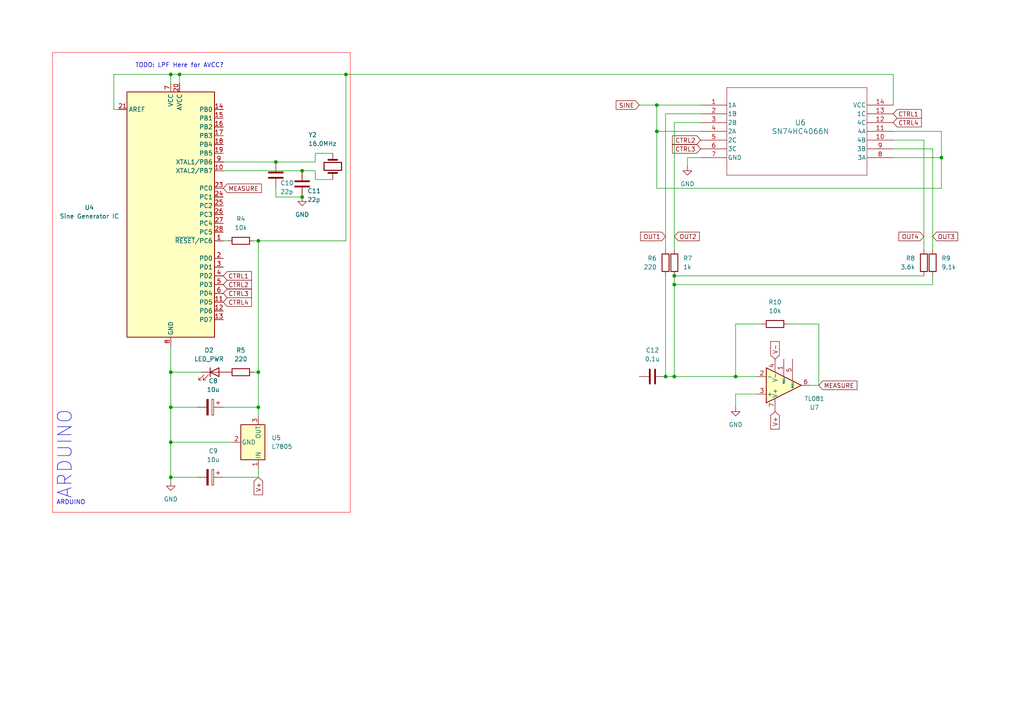
<source format=kicad_sch>
(kicad_sch (version 20250114) (generator "eeschema") (generator_version "9.0")
  (paper "A4")
  (title_block (title "Measurement & Switching") (date "2025-09-13") (rev "1"))
  (lib_symbols
    (symbol "Amplifier_Operational:TL081" (pin_names (offset 0.127))
      (property "Reference" "U" (at 0 6.35 0))
      (property "Value" "TL081" (at 0 3.81 0))
      (symbol "TL081_0_1"
        (polyline (pts (xy -5.08 5.08) (xy 5.08 0) (xy -5.08 -5.08) (xy -5.08 5.08)) (stroke (width 0.254)) (fill (type background)))
      )
      (symbol "TL081_1_1"
        (pin input line (at -7.62 2.54 0) (length 2.54) (name "+") (number "3"))
        (pin input line (at -7.62 -2.54 0) (length 2.54) (name "-") (number "2"))
        (pin power_in line (at -2.54 7.62 270) (length 3.81) (name "V+") (number "7"))
        (pin power_in line (at -2.54 -7.62 90) (length 3.81) (name "V-") (number "4"))
        (pin no_connect line (at 0 2.54 270) (length 2.54) (hide yes) (name "NC") (number "8"))
        (pin input line (at 0 -7.62 90) (length 5.08) (name "NULL") (number "1"))
        (pin input line (at 2.54 -7.62 90) (length 6.35) (name "NULL") (number "5"))
        (pin output line (at 7.62 0 180) (length 2.54) (name "~") (number "6"))
      )
    )
    (symbol "Device:C" (pin_numbers (hide yes)) (pin_names (offset 0.254))
      (property "Reference" "C" (at 0.635 2.54 0))
      (property "Value" "C" (at 0.635 -2.54 0))
      (symbol "C_0_1"
        (polyline (pts (xy -2.032 0.762) (xy 2.032 0.762)) (stroke (width 0.508)))
        (polyline (pts (xy -2.032 -0.762) (xy 2.032 -0.762)) (stroke (width 0.508)))
      )
      (symbol "C_1_1"
        (pin passive line (at 0 3.81 270) (length 2.794) (name "~") (number "1"))
        (pin passive line (at 0 -3.81 90) (length 2.794) (name "~") (number "2"))
      )
    )
    (symbol "Device:C_Polarized" (pin_numbers (hide yes)) (pin_names (offset 0.254))
      (property "Reference" "C" (at 0.635 2.54 0))
      (property "Value" "C_Polarized" (at 0.635 -2.54 0))
      (symbol "C_Polarized_0_1"
        (rectangle (start -2.286 0.508) (end 2.286 1.016))
        (polyline (pts (xy -1.778 2.286) (xy -0.762 2.286)))
        (polyline (pts (xy -1.27 2.794) (xy -1.27 1.778)))
        (rectangle (start 2.286 -0.508) (end -2.286 -1.016) (fill (type outline)))
      )
      (symbol "C_Polarized_1_1"
        (pin passive line (at 0 3.81 270) (length 2.794) (name "~") (number "1"))
        (pin passive line (at 0 -3.81 90) (length 2.794) (name "~") (number "2"))
      )
    )
    (symbol "Device:Crystal" (pin_numbers (hide yes)) (pin_names (offset 1.016) (hide yes))
      (property "Reference" "Y" (at 0 3.81 0))
      (property "Value" "Crystal" (at 0 -3.81 0))
      (symbol "Crystal_0_1"
        (polyline (pts (xy -2.54 0) (xy -1.905 0)))
        (polyline (pts (xy -1.905 -1.27) (xy -1.905 1.27)) (stroke (width 0.508)))
        (rectangle (start -1.143 2.54) (end 1.143 -2.54) (stroke (width 0.3048)))
        (polyline (pts (xy 1.905 -1.27) (xy 1.905 1.27)) (stroke (width 0.508)))
        (polyline (pts (xy 2.54 0) (xy 1.905 0)))
      )
      (symbol "Crystal_1_1"
        (pin passive line (at -3.81 0 0) (length 1.27) (name "1") (number "1"))
        (pin passive line (at 3.81 0 180) (length 1.27) (name "2") (number "2"))
      )
    )
    (symbol "Device:LED" (pin_numbers (hide yes)) (pin_names (offset 1.016) (hide yes))
      (property "Reference" "D" (at 0 2.54 0))
      (property "Value" "LED" (at 0 -2.54 0))
      (symbol "LED_0_1"
        (polyline (pts (xy -3.048 -0.762) (xy -4.572 -2.286) (xy -3.81 -2.286) (xy -4.572 -2.286) (xy -4.572 -1.524)))
        (polyline (pts (xy -1.778 -0.762) (xy -3.302 -2.286) (xy -2.54 -2.286) (xy -3.302 -2.286) (xy -3.302 -1.524)))
        (polyline (pts (xy -1.27 0) (xy 1.27 0)))
        (polyline (pts (xy -1.27 -1.27) (xy -1.27 1.27)) (stroke (width 0.254)))
        (polyline (pts (xy 1.27 -1.27) (xy 1.27 1.27) (xy -1.27 0) (xy 1.27 -1.27)) (stroke (width 0.254)))
      )
      (symbol "LED_1_1"
        (pin passive line (at -3.81 0 0) (length 2.54) (name "K") (number "1"))
        (pin passive line (at 3.81 0 180) (length 2.54) (name "A") (number "2"))
      )
    )
    (symbol "Device:R" (pin_numbers (hide yes)) (pin_names (offset 0))
      (property "Reference" "R" (at 2.032 0 90))
      (property "Value" "R" (at 0 0 90))
      (symbol "R_0_1"
        (rectangle (start -1.016 -2.54) (end 1.016 2.54) (stroke (width 0.254)))
      )
      (symbol "R_1_1"
        (pin passive line (at 0 3.81 270) (length 1.27) (name "~") (number "1"))
        (pin passive line (at 0 -3.81 90) (length 1.27) (name "~") (number "2"))
      )
    )
    (symbol "MCU_Microchip_ATmega:ATmega328P-P"
      (property "Reference" "U" (at -12.7 36.83 0))
      (property "Value" "ATmega328P-P" (at 2.54 -36.83 0))
      (symbol "ATmega328P-P_0_1"
        (rectangle (start -12.7 -35.56) (end 12.7 35.56) (stroke (width 0.254)) (fill (type background)))
      )
      (symbol "ATmega328P-P_1_1"
        (pin passive line (at -15.24 30.48 0) (length 2.54) (name "AREF") (number "21"))
        (pin power_in line (at 0 38.1 270) (length 2.54) (name "VCC") (number "7"))
        (pin passive line (at 0 -38.1 90) (length 2.54) (hide yes) (name "GND") (number "22"))
        (pin power_in line (at 0 -38.1 90) (length 2.54) (name "GND") (number "8"))
        (pin power_in line (at 2.54 38.1 270) (length 2.54) (name "AVCC") (number "20"))
        (pin bidirectional line (at 15.24 30.48 180) (length 2.54) (name "PB0") (number "14"))
        (pin bidirectional line (at 15.24 27.94 180) (length 2.54) (name "PB1") (number "15"))
        (pin bidirectional line (at 15.24 25.4 180) (length 2.54) (name "PB2") (number "16"))
        (pin bidirectional line (at 15.24 22.86 180) (length 2.54) (name "PB3") (number "17"))
        (pin bidirectional line (at 15.24 20.32 180) (length 2.54) (name "PB4") (number "18"))
        (pin bidirectional line (at 15.24 17.78 180) (length 2.54) (name "PB5") (number "19"))
        (pin bidirectional line (at 15.24 15.24 180) (length 2.54) (name "XTAL1/PB6") (number "9"))
        (pin bidirectional line (at 15.24 12.7 180) (length 2.54) (name "XTAL2/PB7") (number "10"))
        (pin bidirectional line (at 15.24 7.62 180) (length 2.54) (name "PC0") (number "23"))
        (pin bidirectional line (at 15.24 5.08 180) (length 2.54) (name "PC1") (number "24"))
        (pin bidirectional line (at 15.24 2.54 180) (length 2.54) (name "PC2") (number "25"))
        (pin bidirectional line (at 15.24 0 180) (length 2.54) (name "PC3") (number "26"))
        (pin bidirectional line (at 15.24 -2.54 180) (length 2.54) (name "PC4") (number "27"))
        (pin bidirectional line (at 15.24 -5.08 180) (length 2.54) (name "PC5") (number "28"))
        (pin bidirectional line (at 15.24 -7.62 180) (length 2.54) (name "~{RESET}/PC6") (number "1"))
        (pin bidirectional line (at 15.24 -12.7 180) (length 2.54) (name "PD0") (number "2"))
        (pin bidirectional line (at 15.24 -15.24 180) (length 2.54) (name "PD1") (number "3"))
        (pin bidirectional line (at 15.24 -17.78 180) (length 2.54) (name "PD2") (number "4"))
        (pin bidirectional line (at 15.24 -20.32 180) (length 2.54) (name "PD3") (number "5"))
        (pin bidirectional line (at 15.24 -22.86 180) (length 2.54) (name "PD4") (number "6"))
        (pin bidirectional line (at 15.24 -25.4 180) (length 2.54) (name "PD5") (number "11"))
        (pin bidirectional line (at 15.24 -27.94 180) (length 2.54) (name "PD6") (number "12"))
        (pin bidirectional line (at 15.24 -30.48 180) (length 2.54) (name "PD7") (number "13"))
      )
    )
    (symbol "Regulator_Linear:L7805" (pin_names (offset 0.254))
      (property "Reference" "U" (at -3.81 3.175 0))
      (property "Value" "L7805" (at 0 3.175 0))
      (symbol "L7805_0_1"
        (rectangle (start -5.08 1.905) (end 5.08 -5.08) (stroke (width 0.254)) (fill (type background)))
      )
      (symbol "L7805_1_1"
        (pin power_in line (at -7.62 0 0) (length 2.54) (name "IN") (number "1"))
        (pin power_in line (at 0 -7.62 90) (length 2.54) (name "GND") (number "2"))
        (pin power_out line (at 7.62 0 180) (length 2.54) (name "OUT") (number "3"))
      )
    )
    (symbol "SN74HC4066N:SN74HC4066N" (pin_names (offset 0.254))
      (property "Reference" "U" (at 27.94 10.16 0))
      (property "Value" "SN74HC4066N" (at 27.94 7.62 0))
      (symbol "SN74HC4066N_0_1"
        (polyline (pts (xy 7.62 5.08) (xy 7.62 -20.32)) (stroke (width 0.127)))
        (polyline (pts (xy 7.62 -20.32) (xy 48.26 -20.32)) (stroke (width 0.127)))
        (polyline (pts (xy 48.26 5.08) (xy 7.62 5.08)) (stroke (width 0.127)))
        (polyline (pts (xy 48.26 -20.32) (xy 48.26 5.08)) (stroke (width 0.127)))
        (pin input line (at 0 0 0) (length 7.62) (name "1A") (number "1"))
        (pin input line (at 0 -2.54 0) (length 7.62) (name "1B") (number "2"))
        (pin input line (at 0 -5.08 0) (length 7.62) (name "2B") (number "3"))
        (pin input line (at 0 -7.62 0) (length 7.62) (name "2A") (number "4"))
        (pin input line (at 0 -10.16 0) (length 7.62) (name "2C") (number "5"))
        (pin input line (at 0 -12.7 0) (length 7.62) (name "3C") (number "6"))
        (pin power_in line (at 0 -15.24 0) (length 7.62) (name "GND") (number "7"))
        (pin power_in line (at 55.88 0 180) (length 7.62) (name "VCC") (number "14"))
        (pin input line (at 55.88 -2.54 180) (length 7.62) (name "1C") (number "13"))
        (pin input line (at 55.88 -5.08 180) (length 7.62) (name "4C") (number "12"))
        (pin input line (at 55.88 -7.62 180) (length 7.62) (name "4A") (number "11"))
        (pin input line (at 55.88 -10.16 180) (length 7.62) (name "4B") (number "10"))
        (pin input line (at 55.88 -12.7 180) (length 7.62) (name "3B") (number "9"))
        (pin input line (at 55.88 -15.24 180) (length 7.62) (name "3A") (number "8"))
      )
    )
    (symbol "power:GND" (power) (pin_numbers (hide yes)) (pin_names (offset 0) (hide yes))
      (property "Value" "GND" (at 0 -3.81 0))
      (symbol "GND_0_1"
        (polyline (pts (xy 0 0) (xy 0 -1.27) (xy 1.27 -1.27) (xy 0 -2.54) (xy -1.27 -1.27) (xy 0 -1.27)))
      )
      (symbol "GND_1_1"
        (pin power_in line (at 0 0 270) (length 0) (name "~") (number "1"))
      )
    )
  )
  (rectangle (start 15.24 15.24) (end 101.6 148.59) (stroke (width 0) (color 255 50 52 1)) (fill (type color)))
  (text "TODO: LPF Here for AVCC?" (at 52.07 19.05 0) (effects (font (size 1.27 1.27))))
  (text "ARDUINO" (at 18.796 131.826 90) (effects (font (size 4 4))))
  (text "ARDUINO" (at 20.574 145.796 0) (effects (font (size 1.27 1.27))))
  (junction (at 195.58 82.55))
  (junction (at 193.04 109.22))
  (junction (at 190.5 38.1))
  (junction (at 195.58 109.22))
  (junction (at 74.93 69.85))
  (junction (at 195.58 80.01))
  (junction (at 80.01 46.99))
  (junction (at 87.63 57.15))
  (junction (at 49.53 118.11))
  (junction (at 49.53 107.95))
  (junction (at 49.53 128.27))
  (junction (at 100.33 21.59))
  (junction (at 273.05 45.72))
  (junction (at 87.63 49.53))
  (junction (at 52.07 21.59))
  (junction (at 74.93 107.95))
  (junction (at 49.53 21.59))
  (junction (at 49.53 138.43))
  (junction (at 213.36 109.22))
  (junction (at 74.93 118.11))
  (junction (at 190.5 30.48))
  (wire (pts (xy 49.53 24.13) (xy 49.53 21.59)))
  (wire (pts (xy 259.08 45.72) (xy 273.05 45.72)))
  (wire (pts (xy 270.51 82.55) (xy 195.58 82.55)))
  (wire (pts (xy 52.07 21.59) (xy 100.33 21.59)))
  (wire (pts (xy 80.01 57.15) (xy 87.63 57.15)))
  (wire (pts (xy 80.01 54.61) (xy 80.01 57.15)))
  (wire (pts (xy 33.02 21.59) (xy 49.53 21.59)))
  (wire (pts (xy 195.58 109.22) (xy 193.04 109.22)))
  (wire (pts (xy 73.66 69.85) (xy 74.93 69.85)))
  (wire (pts (xy 195.58 35.56) (xy 195.58 72.39)))
  (wire (pts (xy 213.36 109.22) (xy 213.36 93.98)))
  (wire (pts (xy 49.53 107.95) (xy 58.42 107.95)))
  (wire (pts (xy 219.71 114.3) (xy 213.36 114.3)))
  (wire (pts (xy 74.93 138.43) (xy 64.77 138.43)))
  (wire (pts (xy 49.53 107.95) (xy 49.53 118.11)))
  (wire (pts (xy 185.42 30.48) (xy 190.5 30.48)))
  (wire (pts (xy 267.97 40.64) (xy 267.97 72.39)))
  (wire (pts (xy 100.33 21.59) (xy 259.08 21.59)))
  (wire (pts (xy 67.31 128.27) (xy 49.53 128.27)))
  (wire (pts (xy 49.53 100.33) (xy 49.53 107.95)))
  (wire (pts (xy 64.77 49.53) (xy 87.63 49.53)))
  (wire (pts (xy 100.33 69.85) (xy 74.93 69.85)))
  (wire (pts (xy 74.93 118.11) (xy 64.77 118.11)))
  (wire (pts (xy 49.53 128.27) (xy 49.53 138.43)))
  (wire (pts (xy 73.66 107.95) (xy 74.93 107.95)))
  (wire (pts (xy 49.53 21.59) (xy 52.07 21.59)))
  (wire (pts (xy 270.51 43.18) (xy 270.51 72.39)))
  (wire (pts (xy 91.44 44.45) (xy 96.52 44.45)))
  (wire (pts (xy 259.08 38.1) (xy 273.05 38.1)))
  (wire (pts (xy 52.07 21.59) (xy 52.07 24.13)))
  (wire (pts (xy 80.01 46.99) (xy 91.44 46.99)))
  (wire (pts (xy 33.02 31.75) (xy 34.29 31.75)))
  (wire (pts (xy 199.39 45.72) (xy 199.39 48.26)))
  (wire (pts (xy 273.05 45.72) (xy 273.05 38.1)))
  (wire (pts (xy 91.44 49.53) (xy 91.44 52.07)))
  (wire (pts (xy 49.53 138.43) (xy 57.15 138.43)))
  (wire (pts (xy 190.5 38.1) (xy 203.2 38.1)))
  (wire (pts (xy 91.44 52.07) (xy 96.52 52.07)))
  (wire (pts (xy 193.04 33.02) (xy 193.04 72.39)))
  (wire (pts (xy 190.5 38.1) (xy 190.5 54.61)))
  (wire (pts (xy 193.04 109.22) (xy 193.04 80.01)))
  (wire (pts (xy 87.63 49.53) (xy 91.44 49.53)))
  (wire (pts (xy 259.08 43.18) (xy 270.51 43.18)))
  (wire (pts (xy 237.49 111.76) (xy 234.95 111.76)))
  (wire (pts (xy 195.58 80.01) (xy 195.58 82.55)))
  (wire (pts (xy 237.49 93.98) (xy 237.49 111.76)))
  (wire (pts (xy 273.05 54.61) (xy 273.05 45.72)))
  (wire (pts (xy 213.36 109.22) (xy 195.58 109.22)))
  (wire (pts (xy 49.53 118.11) (xy 49.53 128.27)))
  (wire (pts (xy 74.93 118.11) (xy 74.93 107.95)))
  (wire (pts (xy 49.53 138.43) (xy 49.53 139.7)))
  (wire (pts (xy 33.02 31.75) (xy 33.02 21.59)))
  (wire (pts (xy 195.58 80.01) (xy 267.97 80.01)))
  (wire (pts (xy 228.6 93.98) (xy 237.49 93.98)))
  (wire (pts (xy 259.08 21.59) (xy 259.08 30.48)))
  (wire (pts (xy 64.77 69.85) (xy 66.04 69.85)))
  (wire (pts (xy 190.5 54.61) (xy 273.05 54.61)))
  (wire (pts (xy 259.08 40.64) (xy 267.97 40.64)))
  (wire (pts (xy 74.93 120.65) (xy 74.93 118.11)))
  (wire (pts (xy 91.44 44.45) (xy 91.44 46.99)))
  (wire (pts (xy 49.53 118.11) (xy 57.15 118.11)))
  (wire (pts (xy 190.5 30.48) (xy 190.5 38.1)))
  (wire (pts (xy 203.2 35.56) (xy 195.58 35.56)))
  (wire (pts (xy 74.93 69.85) (xy 74.93 107.95)))
  (wire (pts (xy 190.5 30.48) (xy 203.2 30.48)))
  (wire (pts (xy 100.33 21.59) (xy 100.33 69.85)))
  (wire (pts (xy 213.36 114.3) (xy 213.36 118.11)))
  (wire (pts (xy 199.39 45.72) (xy 203.2 45.72)))
  (wire (pts (xy 203.2 33.02) (xy 193.04 33.02)))
  (wire (pts (xy 219.71 109.22) (xy 213.36 109.22)))
  (wire (pts (xy 213.36 93.98) (xy 220.98 93.98)))
  (wire (pts (xy 74.93 138.43) (xy 74.93 135.89)))
  (wire (pts (xy 195.58 82.55) (xy 195.58 109.22)))
  (wire (pts (xy 270.51 80.01) (xy 270.51 82.55)))
  (wire (pts (xy 64.77 46.99) (xy 80.01 46.99)))
  (global_label "MEASURE" (shape input) (at 64.77 54.61 0) (property "Intersheetrefs" "${INTERSHEET_REFS}" (effects (hide yes))))
  (global_label "V-" (shape input) (at 224.79 104.14 90) (property "Intersheetrefs" "${INTERSHEET_REFS}" (effects (hide yes))))
  (global_label "V+" (shape input) (at 74.93 138.43 270) (property "Intersheetrefs" "${INTERSHEET_REFS}" (effects (hide yes))))
  (global_label "CTRL4" (shape input) (at 259.08 35.56 0) (property "Intersheetrefs" "${INTERSHEET_REFS}" (effects (hide yes))))
  (global_label "CTRL3" (shape input) (at 203.2 43.18 180) (property "Intersheetrefs" "${INTERSHEET_REFS}" (effects (hide yes))))
  (global_label "OUT3" (shape input) (at 270.51 68.58 0) (property "Intersheetrefs" "${INTERSHEET_REFS}" (effects (hide yes))))
  (global_label "MEASURE" (shape input) (at 237.49 111.76 0) (property "Intersheetrefs" "${INTERSHEET_REFS}" (effects (hide yes))))
  (global_label "CTRL4" (shape input) (at 64.77 87.63 0) (property "Intersheetrefs" "${INTERSHEET_REFS}" (effects (hide yes))))
  (global_label "CTRL3" (shape input) (at 64.77 85.09 0) (property "Intersheetrefs" "${INTERSHEET_REFS}" (effects (hide yes))))
  (global_label "SINE" (shape input) (at 185.42 30.48 180) (property "Intersheetrefs" "${INTERSHEET_REFS}" (effects (hide yes))))
  (global_label "CTRL1" (shape input) (at 64.77 80.01 0) (property "Intersheetrefs" "${INTERSHEET_REFS}" (effects (hide yes))))
  (global_label "V+" (shape input) (at 224.79 119.38 270) (property "Intersheetrefs" "${INTERSHEET_REFS}" (effects (hide yes))))
  (global_label "OUT1" (shape input) (at 193.04 68.58 180) (property "Intersheetrefs" "${INTERSHEET_REFS}" (effects (hide yes))))
  (global_label "CTRL1" (shape input) (at 259.08 33.02 0) (property "Intersheetrefs" "${INTERSHEET_REFS}" (effects (hide yes))))
  (global_label "CTRL2" (shape input) (at 64.77 82.55 0) (property "Intersheetrefs" "${INTERSHEET_REFS}" (effects (hide yes))))
  (global_label "CTRL2" (shape input) (at 203.2 40.64 180) (property "Intersheetrefs" "${INTERSHEET_REFS}" (effects (hide yes))))
  (global_label "OUT2" (shape input) (at 195.58 68.58 0) (property "Intersheetrefs" "${INTERSHEET_REFS}" (effects (hide yes))))
  (global_label "OUT4" (shape input) (at 267.97 68.58 180) (property "Intersheetrefs" "${INTERSHEET_REFS}" (effects (hide yes))))
  (symbol (lib_id "Device:R") (at 267.97 76.2 0) (mirror y) (unit 1)
    (property "Reference" "R8" (at 265.43 74.9299 0) (effects (justify left)))
    (property "Value" "3.6k" (at 265.43 77.4699 0) (effects (justify left)))
    (property "Description" "Resistor" (effects (hide yes)))
  )
  (symbol (lib_id "Amplifier_Operational:TL081") (at 227.33 111.76 0) (mirror x) (unit 1)
    (property "Reference" "U7" (at 236.22 118.1802 0))
    (property "Value" "TL081" (at 236.22 115.6402 0))
    (property "Datasheet" "http://www.ti.com/lit/ds/symlink/tl081.pdf" (effects (hide yes)))
    (property "Description" "Single JFET-Input Operational Amplifiers, DIP-8/SOIC-8" (effects (hide yes)))
  )
  (symbol (lib_id "power:GND") (at 87.63 57.15 0) (unit 1)
    (property "Reference" "#PWR08" (effects (hide yes)))
    (property "Value" "GND" (at 87.63 62.23 0))
    (property "Description" "Power symbol creates a global label with name \"GND\" , ground" (effects (hide yes)))
  )
  (symbol (lib_id "MCU_Microchip_ATmega:ATmega328P-P") (at 49.53 62.23 0) (unit 1)
    (property "Reference" "U4" (at 25.908 60.198 0))
    (property "Value" "Sine Generator IC" (at 25.908 62.738 0))
    (property "Footprint" "Package_DIP:DIP-28_W7.62mm" (effects (hide yes)))
    (property "Datasheet" "http://ww1.microchip.com/downloads/en/DeviceDoc/ATmega328_P%20AVR%20MCU%20with%20picoPower%20Technology%20Data%20Sheet%2040001984A.pdf" (effects (hide yes)))
    (property "Description" "20MHz, 32kB Flash, 2kB SRAM, 1kB EEPROM, DIP-28" (effects (hide yes)))
  )
  (symbol (lib_id "power:GND") (at 199.39 48.26 0) (unit 1)
    (property "Reference" "#PWR010" (effects (hide yes)))
    (property "Value" "GND" (at 199.39 53.34 0))
    (property "Description" "Power symbol creates a global label with name \"GND\" , ground" (effects (hide yes)))
  )
  (symbol (lib_id "Device:Crystal") (at 96.52 48.26 90) (unit 1)
    (property "Reference" "Y2" (at 89.408 39.116 90) (effects (justify right)))
    (property "Value" "16.0MHz" (at 89.408 41.656 90) (effects (justify right)))
    (property "Description" "Two pin crystal" (effects (hide yes)))
  )
  (symbol (lib_id "SN74HC4066N:SN74HC4066N") (at 203.2 30.48 0) (unit 1)
    (property "Reference" "U6" (at 232.156 35.56 0) (effects (font (size 1.524 1.524))))
    (property "Value" "SN74HC4066N" (at 232.156 38.1 0) (effects (font (size 1.524 1.524))))
    (property "Footprint" "N14" (effects (hide yes)))
    (property "Datasheet" "https://www.ti.com/lit/gpn/sn74hc4066" (effects (hide yes)))
  )
  (symbol (lib_id "power:GND") (at 213.36 118.11 0) (unit 1)
    (property "Reference" "#PWR09" (effects (hide yes)))
    (property "Value" "GND" (at 213.36 123.19 0))
    (property "Description" "Power symbol creates a global label with name \"GND\" , ground" (effects (hide yes)))
  )
  (symbol (lib_id "Device:C") (at 80.01 50.8 0) (unit 1)
    (property "Reference" "C10" (at 81.28 53.086 0) (effects (justify left)))
    (property "Value" "22p" (at 81.28 55.626 0) (effects (justify left)))
    (property "Description" "Unpolarized capacitor" (effects (hide yes)))
  )
  (symbol (lib_id "Device:R") (at 69.85 69.85 90) (unit 1)
    (property "Reference" "R4" (at 69.85 63.5 90))
    (property "Value" "10k" (at 69.85 66.04 90))
    (property "Description" "Resistor" (effects (hide yes)))
  )
  (symbol (lib_id "Device:C") (at 87.63 53.34 0) (unit 1)
    (property "Reference" "C11" (at 89.154 55.372 0) (effects (justify left)))
    (property "Value" "22p" (at 89.154 57.912 0) (effects (justify left)))
    (property "Description" "Unpolarized capacitor" (effects (hide yes)))
  )
  (symbol (lib_id "Device:R") (at 69.85 107.95 90) (unit 1)
    (property "Reference" "R5" (at 69.85 101.6 90))
    (property "Value" "220" (at 69.85 104.14 90))
    (property "Description" "Resistor" (effects (hide yes)))
  )
  (symbol (lib_id "Device:C") (at 189.23 109.22 90) (unit 1)
    (property "Reference" "C12" (at 189.23 101.6 90))
    (property "Value" "0.1u" (at 189.23 104.14 90))
    (property "Description" "Unpolarized capacitor" (effects (hide yes)))
  )
  (symbol (lib_id "power:GND") (at 49.53 139.7 0) (unit 1)
    (property "Reference" "#PWR07" (effects (hide yes)))
    (property "Value" "GND" (at 49.53 144.78 0))
    (property "Description" "Power symbol creates a global label with name \"GND\" , ground" (effects (hide yes)))
  )
  (symbol (lib_id "Device:R") (at 193.04 76.2 0) (mirror y) (unit 1)
    (property "Reference" "R6" (at 190.5 74.9299 0) (effects (justify left)))
    (property "Value" "220" (at 190.5 77.4699 0) (effects (justify left)))
    (property "Description" "Resistor" (effects (hide yes)))
  )
  (symbol (lib_id "Device:R") (at 224.79 93.98 90) (unit 1)
    (property "Reference" "R10" (at 224.79 87.63 90))
    (property "Value" "10k" (at 224.79 90.17 90))
    (property "Description" "Resistor" (effects (hide yes)))
  )
  (symbol (lib_id "Device:LED") (at 62.23 107.95 0) (unit 1)
    (property "Reference" "D2" (at 60.6425 101.6 0))
    (property "Value" "LED_PWR" (at 60.6425 104.14 0))
    (property "Description" "Light emitting diode" (effects (hide yes)))
    (property "Sim.Pins" "1=K 2=A" (effects (hide yes)))
  )
  (symbol (lib_id "Device:R") (at 270.51 76.2 0) (unit 1)
    (property "Reference" "R9" (at 273.05 74.9299 0) (effects (justify left)))
    (property "Value" "9.1k" (at 273.05 77.4699 0) (effects (justify left)))
    (property "Description" "Resistor" (effects (hide yes)))
  )
  (symbol (lib_id "Device:R") (at 195.58 76.2 0) (unit 1)
    (property "Reference" "R7" (at 198.12 74.9299 0) (effects (justify left)))
    (property "Value" "1k" (at 198.12 77.4699 0) (effects (justify left)))
    (property "Description" "Resistor" (effects (hide yes)))
  )
  (symbol (lib_id "Device:C_Polarized") (at 60.96 118.11 270) (unit 1)
    (property "Reference" "C8" (at 61.849 110.49 90))
    (property "Value" "10u" (at 61.849 113.03 90))
    (property "Description" "Polarized capacitor" (effects (hide yes)))
  )
  (symbol (lib_id "Regulator_Linear:L7805") (at 74.93 128.27 270) (mirror x) (unit 1)
    (property "Reference" "U5" (at 78.74 126.9999 90) (effects (justify left)))
    (property "Value" "L7805" (at 78.74 129.5399 90) (effects (justify left)))
    (property "Datasheet" "http://www.st.com/content/ccc/resource/technical/document/datasheet/41/4f/b3/b0/12/d4/47/88/CD00000444.pdf/files/CD00000444.pdf/jcr:content/translations/en.CD00000444.pdf" (effects (hide yes)))
    (property "Description" "Positive 1.5A 35V Linear Regulator, Fixed Output 5V, TO-220/TO-263/TO-252" (effects (hide yes)))
  )
  (symbol (lib_id "Device:C_Polarized") (at 60.96 138.43 270) (unit 1)
    (property "Reference" "C9" (at 61.849 130.81 90))
    (property "Value" "10u" (at 61.849 133.35 90))
    (property "Description" "Polarized capacitor" (effects (hide yes)))
  )
)
</source>
